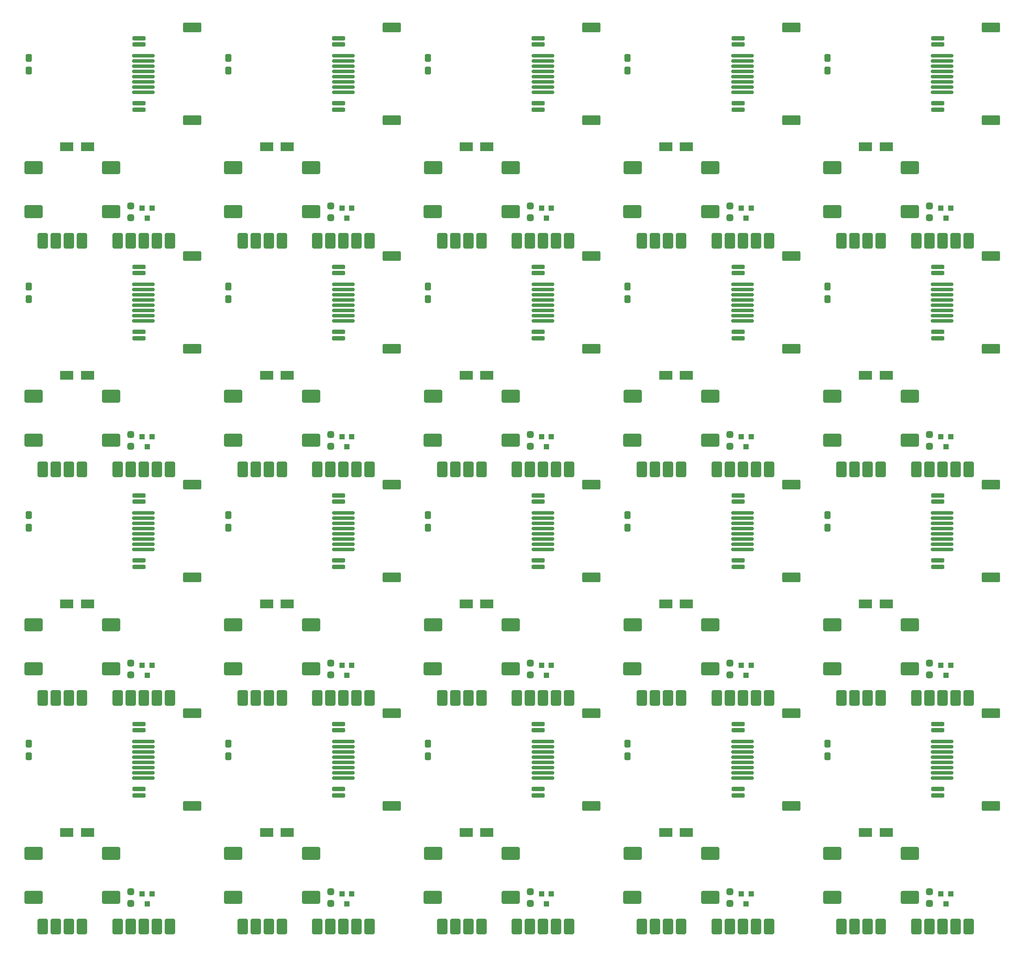
<source format=gbr>
%TF.GenerationSoftware,KiCad,Pcbnew,8.0.7*%
%TF.CreationDate,2025-01-08T09:27:09+09:00*%
%TF.ProjectId,waveShare-7inch-rs485,77617665-5368-4617-9265-2d37696e6368,rev?*%
%TF.SameCoordinates,Original*%
%TF.FileFunction,Paste,Top*%
%TF.FilePolarity,Positive*%
%FSLAX46Y46*%
G04 Gerber Fmt 4.6, Leading zero omitted, Abs format (unit mm)*
G04 Created by KiCad (PCBNEW 8.0.7) date 2025-01-08 09:27:09*
%MOMM*%
%LPD*%
G01*
G04 APERTURE LIST*
G04 Aperture macros list*
%AMRoundRect*
0 Rectangle with rounded corners*
0 $1 Rounding radius*
0 $2 $3 $4 $5 $6 $7 $8 $9 X,Y pos of 4 corners*
0 Add a 4 corners polygon primitive as box body*
4,1,4,$2,$3,$4,$5,$6,$7,$8,$9,$2,$3,0*
0 Add four circle primitives for the rounded corners*
1,1,$1+$1,$2,$3*
1,1,$1+$1,$4,$5*
1,1,$1+$1,$6,$7*
1,1,$1+$1,$8,$9*
0 Add four rect primitives between the rounded corners*
20,1,$1+$1,$2,$3,$4,$5,0*
20,1,$1+$1,$4,$5,$6,$7,0*
20,1,$1+$1,$6,$7,$8,$9,0*
20,1,$1+$1,$8,$9,$2,$3,0*%
G04 Aperture macros list end*
%ADD10R,1.000000X1.100000*%
%ADD11RoundRect,0.325000X-0.325000X0.325000X-0.325000X-0.325000X0.325000X-0.325000X0.325000X0.325000X0*%
%ADD12RoundRect,0.300000X-1.450000X-0.950000X1.450000X-0.950000X1.450000X0.950000X-1.450000X0.950000X0*%
%ADD13RoundRect,0.175000X2.000000X-0.175000X2.000000X0.175000X-2.000000X0.175000X-2.000000X-0.175000X0*%
%ADD14RoundRect,0.200000X1.075000X-0.200000X1.075000X0.200000X-1.075000X0.200000X-1.075000X-0.200000X0*%
%ADD15RoundRect,0.197095X1.552905X-0.752905X1.552905X0.752905X-1.552905X0.752905X-1.552905X-0.752905X0*%
%ADD16RoundRect,0.294118X-0.705882X-1.205882X0.705882X-1.205882X0.705882X1.205882X-0.705882X1.205882X0*%
%ADD17R,2.500000X1.800000*%
%ADD18RoundRect,0.312500X-0.312500X0.437500X-0.312500X-0.437500X0.312500X-0.437500X0.312500X0.437500X0*%
G04 APERTURE END LIST*
D10*
%TO.C,Q1*%
X207400000Y-193125000D03*
X205500000Y-193125000D03*
X206450000Y-195125000D03*
%TD*%
D11*
%TO.C,R1*%
X203300000Y-192700000D03*
X203300000Y-195000000D03*
%TD*%
D12*
%TO.C,MO1*%
X184390000Y-185300000D03*
X184360000Y-193870000D03*
X199490000Y-185280000D03*
X199490000Y-193870000D03*
%TD*%
D13*
%TO.C,J4*%
X205760000Y-163480000D03*
X205760000Y-164500000D03*
X205760000Y-165520000D03*
X205760000Y-166540000D03*
X205760000Y-167560000D03*
X205760000Y-168580000D03*
X205760000Y-169600000D03*
X205760000Y-170620000D03*
D14*
X204860000Y-160100000D03*
X204860000Y-161310000D03*
X204860000Y-172790000D03*
X204860000Y-174000000D03*
D15*
X215200000Y-176050000D03*
X215200000Y-158050000D03*
%TD*%
D16*
%TO.C,P1*%
X186190000Y-199475000D03*
X188730000Y-199475000D03*
X191270000Y-199475000D03*
X193810000Y-199475000D03*
%TD*%
D17*
%TO.C,D1*%
X194850000Y-181225000D03*
X190850000Y-181225000D03*
%TD*%
D18*
%TO.C,C1*%
X183425000Y-163975000D03*
X183425000Y-166375000D03*
%TD*%
D16*
%TO.C,P2*%
X200720000Y-199500000D03*
X203260000Y-199500000D03*
X205800000Y-199500000D03*
X208340000Y-199500000D03*
X210880000Y-199500000D03*
%TD*%
D10*
%TO.C,Q1*%
X168600000Y-193125000D03*
X166700000Y-193125000D03*
X167650000Y-195125000D03*
%TD*%
D11*
%TO.C,R1*%
X164500000Y-192700000D03*
X164500000Y-195000000D03*
%TD*%
D12*
%TO.C,MO1*%
X145590000Y-185300000D03*
X145560000Y-193870000D03*
X160690000Y-185280000D03*
X160690000Y-193870000D03*
%TD*%
D13*
%TO.C,J4*%
X166960000Y-163480000D03*
X166960000Y-164500000D03*
X166960000Y-165520000D03*
X166960000Y-166540000D03*
X166960000Y-167560000D03*
X166960000Y-168580000D03*
X166960000Y-169600000D03*
X166960000Y-170620000D03*
D14*
X166060000Y-160100000D03*
X166060000Y-161310000D03*
X166060000Y-172790000D03*
X166060000Y-174000000D03*
D15*
X176400000Y-176050000D03*
X176400000Y-158050000D03*
%TD*%
D16*
%TO.C,P1*%
X147390000Y-199475000D03*
X149930000Y-199475000D03*
X152470000Y-199475000D03*
X155010000Y-199475000D03*
%TD*%
D17*
%TO.C,D1*%
X156050000Y-181225000D03*
X152050000Y-181225000D03*
%TD*%
D18*
%TO.C,C1*%
X144625000Y-163975000D03*
X144625000Y-166375000D03*
%TD*%
D16*
%TO.C,P2*%
X161920000Y-199500000D03*
X164460000Y-199500000D03*
X167000000Y-199500000D03*
X169540000Y-199500000D03*
X172080000Y-199500000D03*
%TD*%
D10*
%TO.C,Q1*%
X129800000Y-193125000D03*
X127900000Y-193125000D03*
X128850000Y-195125000D03*
%TD*%
D11*
%TO.C,R1*%
X125700000Y-192700000D03*
X125700000Y-195000000D03*
%TD*%
D12*
%TO.C,MO1*%
X106790000Y-185300000D03*
X106760000Y-193870000D03*
X121890000Y-185280000D03*
X121890000Y-193870000D03*
%TD*%
D13*
%TO.C,J4*%
X128160000Y-163480000D03*
X128160000Y-164500000D03*
X128160000Y-165520000D03*
X128160000Y-166540000D03*
X128160000Y-167560000D03*
X128160000Y-168580000D03*
X128160000Y-169600000D03*
X128160000Y-170620000D03*
D14*
X127260000Y-160100000D03*
X127260000Y-161310000D03*
X127260000Y-172790000D03*
X127260000Y-174000000D03*
D15*
X137600000Y-176050000D03*
X137600000Y-158050000D03*
%TD*%
D16*
%TO.C,P1*%
X108590000Y-199475000D03*
X111130000Y-199475000D03*
X113670000Y-199475000D03*
X116210000Y-199475000D03*
%TD*%
D17*
%TO.C,D1*%
X117250000Y-181225000D03*
X113250000Y-181225000D03*
%TD*%
D18*
%TO.C,C1*%
X105825000Y-163975000D03*
X105825000Y-166375000D03*
%TD*%
D16*
%TO.C,P2*%
X123120000Y-199500000D03*
X125660000Y-199500000D03*
X128200000Y-199500000D03*
X130740000Y-199500000D03*
X133280000Y-199500000D03*
%TD*%
D10*
%TO.C,Q1*%
X91000000Y-193125000D03*
X89100000Y-193125000D03*
X90050000Y-195125000D03*
%TD*%
D11*
%TO.C,R1*%
X86900000Y-192700000D03*
X86900000Y-195000000D03*
%TD*%
D12*
%TO.C,MO1*%
X67990000Y-185300000D03*
X67960000Y-193870000D03*
X83090000Y-185280000D03*
X83090000Y-193870000D03*
%TD*%
D13*
%TO.C,J4*%
X89360000Y-163480000D03*
X89360000Y-164500000D03*
X89360000Y-165520000D03*
X89360000Y-166540000D03*
X89360000Y-167560000D03*
X89360000Y-168580000D03*
X89360000Y-169600000D03*
X89360000Y-170620000D03*
D14*
X88460000Y-160100000D03*
X88460000Y-161310000D03*
X88460000Y-172790000D03*
X88460000Y-174000000D03*
D15*
X98800000Y-176050000D03*
X98800000Y-158050000D03*
%TD*%
D16*
%TO.C,P1*%
X69790000Y-199475000D03*
X72330000Y-199475000D03*
X74870000Y-199475000D03*
X77410000Y-199475000D03*
%TD*%
D17*
%TO.C,D1*%
X78450000Y-181225000D03*
X74450000Y-181225000D03*
%TD*%
D18*
%TO.C,C1*%
X67025000Y-163975000D03*
X67025000Y-166375000D03*
%TD*%
D16*
%TO.C,P2*%
X84320000Y-199500000D03*
X86860000Y-199500000D03*
X89400000Y-199500000D03*
X91940000Y-199500000D03*
X94480000Y-199500000D03*
%TD*%
D10*
%TO.C,Q1*%
X52200000Y-193125000D03*
X50300000Y-193125000D03*
X51250000Y-195125000D03*
%TD*%
D11*
%TO.C,R1*%
X48100000Y-192700000D03*
X48100000Y-195000000D03*
%TD*%
D12*
%TO.C,MO1*%
X29190000Y-185300000D03*
X29160000Y-193870000D03*
X44290000Y-185280000D03*
X44290000Y-193870000D03*
%TD*%
D13*
%TO.C,J4*%
X50560000Y-163480000D03*
X50560000Y-164500000D03*
X50560000Y-165520000D03*
X50560000Y-166540000D03*
X50560000Y-167560000D03*
X50560000Y-168580000D03*
X50560000Y-169600000D03*
X50560000Y-170620000D03*
D14*
X49660000Y-160100000D03*
X49660000Y-161310000D03*
X49660000Y-172790000D03*
X49660000Y-174000000D03*
D15*
X60000000Y-176050000D03*
X60000000Y-158050000D03*
%TD*%
D16*
%TO.C,P1*%
X30990000Y-199475000D03*
X33530000Y-199475000D03*
X36070000Y-199475000D03*
X38610000Y-199475000D03*
%TD*%
D17*
%TO.C,D1*%
X39650000Y-181225000D03*
X35650000Y-181225000D03*
%TD*%
D18*
%TO.C,C1*%
X28225000Y-163975000D03*
X28225000Y-166375000D03*
%TD*%
D16*
%TO.C,P2*%
X45520000Y-199500000D03*
X48060000Y-199500000D03*
X50600000Y-199500000D03*
X53140000Y-199500000D03*
X55680000Y-199500000D03*
%TD*%
D10*
%TO.C,Q1*%
X207400000Y-148675000D03*
X205500000Y-148675000D03*
X206450000Y-150675000D03*
%TD*%
D11*
%TO.C,R1*%
X203300000Y-148250000D03*
X203300000Y-150550000D03*
%TD*%
D12*
%TO.C,MO1*%
X184390000Y-140850000D03*
X184360000Y-149420000D03*
X199490000Y-140830000D03*
X199490000Y-149420000D03*
%TD*%
D13*
%TO.C,J4*%
X205760000Y-119030000D03*
X205760000Y-120050000D03*
X205760000Y-121070000D03*
X205760000Y-122090000D03*
X205760000Y-123110000D03*
X205760000Y-124130000D03*
X205760000Y-125150000D03*
X205760000Y-126170000D03*
D14*
X204860000Y-115650000D03*
X204860000Y-116860000D03*
X204860000Y-128340000D03*
X204860000Y-129550000D03*
D15*
X215200000Y-131600000D03*
X215200000Y-113600000D03*
%TD*%
D16*
%TO.C,P1*%
X186190000Y-155025000D03*
X188730000Y-155025000D03*
X191270000Y-155025000D03*
X193810000Y-155025000D03*
%TD*%
D17*
%TO.C,D1*%
X194850000Y-136775000D03*
X190850000Y-136775000D03*
%TD*%
D18*
%TO.C,C1*%
X183425000Y-119525000D03*
X183425000Y-121925000D03*
%TD*%
D16*
%TO.C,P2*%
X200720000Y-155050000D03*
X203260000Y-155050000D03*
X205800000Y-155050000D03*
X208340000Y-155050000D03*
X210880000Y-155050000D03*
%TD*%
D10*
%TO.C,Q1*%
X168600000Y-148675000D03*
X166700000Y-148675000D03*
X167650000Y-150675000D03*
%TD*%
D11*
%TO.C,R1*%
X164500000Y-148250000D03*
X164500000Y-150550000D03*
%TD*%
D12*
%TO.C,MO1*%
X145590000Y-140850000D03*
X145560000Y-149420000D03*
X160690000Y-140830000D03*
X160690000Y-149420000D03*
%TD*%
D13*
%TO.C,J4*%
X166960000Y-119030000D03*
X166960000Y-120050000D03*
X166960000Y-121070000D03*
X166960000Y-122090000D03*
X166960000Y-123110000D03*
X166960000Y-124130000D03*
X166960000Y-125150000D03*
X166960000Y-126170000D03*
D14*
X166060000Y-115650000D03*
X166060000Y-116860000D03*
X166060000Y-128340000D03*
X166060000Y-129550000D03*
D15*
X176400000Y-131600000D03*
X176400000Y-113600000D03*
%TD*%
D16*
%TO.C,P1*%
X147390000Y-155025000D03*
X149930000Y-155025000D03*
X152470000Y-155025000D03*
X155010000Y-155025000D03*
%TD*%
D17*
%TO.C,D1*%
X156050000Y-136775000D03*
X152050000Y-136775000D03*
%TD*%
D18*
%TO.C,C1*%
X144625000Y-119525000D03*
X144625000Y-121925000D03*
%TD*%
D16*
%TO.C,P2*%
X161920000Y-155050000D03*
X164460000Y-155050000D03*
X167000000Y-155050000D03*
X169540000Y-155050000D03*
X172080000Y-155050000D03*
%TD*%
D10*
%TO.C,Q1*%
X129800000Y-148675000D03*
X127900000Y-148675000D03*
X128850000Y-150675000D03*
%TD*%
D11*
%TO.C,R1*%
X125700000Y-148250000D03*
X125700000Y-150550000D03*
%TD*%
D12*
%TO.C,MO1*%
X106790000Y-140850000D03*
X106760000Y-149420000D03*
X121890000Y-140830000D03*
X121890000Y-149420000D03*
%TD*%
D13*
%TO.C,J4*%
X128160000Y-119030000D03*
X128160000Y-120050000D03*
X128160000Y-121070000D03*
X128160000Y-122090000D03*
X128160000Y-123110000D03*
X128160000Y-124130000D03*
X128160000Y-125150000D03*
X128160000Y-126170000D03*
D14*
X127260000Y-115650000D03*
X127260000Y-116860000D03*
X127260000Y-128340000D03*
X127260000Y-129550000D03*
D15*
X137600000Y-131600000D03*
X137600000Y-113600000D03*
%TD*%
D16*
%TO.C,P1*%
X108590000Y-155025000D03*
X111130000Y-155025000D03*
X113670000Y-155025000D03*
X116210000Y-155025000D03*
%TD*%
D17*
%TO.C,D1*%
X117250000Y-136775000D03*
X113250000Y-136775000D03*
%TD*%
D18*
%TO.C,C1*%
X105825000Y-119525000D03*
X105825000Y-121925000D03*
%TD*%
D16*
%TO.C,P2*%
X123120000Y-155050000D03*
X125660000Y-155050000D03*
X128200000Y-155050000D03*
X130740000Y-155050000D03*
X133280000Y-155050000D03*
%TD*%
D10*
%TO.C,Q1*%
X91000000Y-148675000D03*
X89100000Y-148675000D03*
X90050000Y-150675000D03*
%TD*%
D11*
%TO.C,R1*%
X86900000Y-148250000D03*
X86900000Y-150550000D03*
%TD*%
D12*
%TO.C,MO1*%
X67990000Y-140850000D03*
X67960000Y-149420000D03*
X83090000Y-140830000D03*
X83090000Y-149420000D03*
%TD*%
D13*
%TO.C,J4*%
X89360000Y-119030000D03*
X89360000Y-120050000D03*
X89360000Y-121070000D03*
X89360000Y-122090000D03*
X89360000Y-123110000D03*
X89360000Y-124130000D03*
X89360000Y-125150000D03*
X89360000Y-126170000D03*
D14*
X88460000Y-115650000D03*
X88460000Y-116860000D03*
X88460000Y-128340000D03*
X88460000Y-129550000D03*
D15*
X98800000Y-131600000D03*
X98800000Y-113600000D03*
%TD*%
D16*
%TO.C,P1*%
X69790000Y-155025000D03*
X72330000Y-155025000D03*
X74870000Y-155025000D03*
X77410000Y-155025000D03*
%TD*%
D17*
%TO.C,D1*%
X78450000Y-136775000D03*
X74450000Y-136775000D03*
%TD*%
D18*
%TO.C,C1*%
X67025000Y-119525000D03*
X67025000Y-121925000D03*
%TD*%
D16*
%TO.C,P2*%
X84320000Y-155050000D03*
X86860000Y-155050000D03*
X89400000Y-155050000D03*
X91940000Y-155050000D03*
X94480000Y-155050000D03*
%TD*%
D10*
%TO.C,Q1*%
X52200000Y-148675000D03*
X50300000Y-148675000D03*
X51250000Y-150675000D03*
%TD*%
D11*
%TO.C,R1*%
X48100000Y-148250000D03*
X48100000Y-150550000D03*
%TD*%
D12*
%TO.C,MO1*%
X29190000Y-140850000D03*
X29160000Y-149420000D03*
X44290000Y-140830000D03*
X44290000Y-149420000D03*
%TD*%
D13*
%TO.C,J4*%
X50560000Y-119030000D03*
X50560000Y-120050000D03*
X50560000Y-121070000D03*
X50560000Y-122090000D03*
X50560000Y-123110000D03*
X50560000Y-124130000D03*
X50560000Y-125150000D03*
X50560000Y-126170000D03*
D14*
X49660000Y-115650000D03*
X49660000Y-116860000D03*
X49660000Y-128340000D03*
X49660000Y-129550000D03*
D15*
X60000000Y-131600000D03*
X60000000Y-113600000D03*
%TD*%
D16*
%TO.C,P1*%
X30990000Y-155025000D03*
X33530000Y-155025000D03*
X36070000Y-155025000D03*
X38610000Y-155025000D03*
%TD*%
D17*
%TO.C,D1*%
X39650000Y-136775000D03*
X35650000Y-136775000D03*
%TD*%
D18*
%TO.C,C1*%
X28225000Y-119525000D03*
X28225000Y-121925000D03*
%TD*%
D16*
%TO.C,P2*%
X45520000Y-155050000D03*
X48060000Y-155050000D03*
X50600000Y-155050000D03*
X53140000Y-155050000D03*
X55680000Y-155050000D03*
%TD*%
D10*
%TO.C,Q1*%
X207400000Y-104225000D03*
X205500000Y-104225000D03*
X206450000Y-106225000D03*
%TD*%
D11*
%TO.C,R1*%
X203300000Y-103800000D03*
X203300000Y-106100000D03*
%TD*%
D12*
%TO.C,MO1*%
X184390000Y-96400000D03*
X184360000Y-104970000D03*
X199490000Y-96380000D03*
X199490000Y-104970000D03*
%TD*%
D13*
%TO.C,J4*%
X205760000Y-74580000D03*
X205760000Y-75600000D03*
X205760000Y-76620000D03*
X205760000Y-77640000D03*
X205760000Y-78660000D03*
X205760000Y-79680000D03*
X205760000Y-80700000D03*
X205760000Y-81720000D03*
D14*
X204860000Y-71200000D03*
X204860000Y-72410000D03*
X204860000Y-83890000D03*
X204860000Y-85100000D03*
D15*
X215200000Y-87150000D03*
X215200000Y-69150000D03*
%TD*%
D16*
%TO.C,P1*%
X186190000Y-110575000D03*
X188730000Y-110575000D03*
X191270000Y-110575000D03*
X193810000Y-110575000D03*
%TD*%
D17*
%TO.C,D1*%
X194850000Y-92325000D03*
X190850000Y-92325000D03*
%TD*%
D18*
%TO.C,C1*%
X183425000Y-75075000D03*
X183425000Y-77475000D03*
%TD*%
D16*
%TO.C,P2*%
X200720000Y-110600000D03*
X203260000Y-110600000D03*
X205800000Y-110600000D03*
X208340000Y-110600000D03*
X210880000Y-110600000D03*
%TD*%
D10*
%TO.C,Q1*%
X168600000Y-104225000D03*
X166700000Y-104225000D03*
X167650000Y-106225000D03*
%TD*%
D11*
%TO.C,R1*%
X164500000Y-103800000D03*
X164500000Y-106100000D03*
%TD*%
D12*
%TO.C,MO1*%
X145590000Y-96400000D03*
X145560000Y-104970000D03*
X160690000Y-96380000D03*
X160690000Y-104970000D03*
%TD*%
D13*
%TO.C,J4*%
X166960000Y-74580000D03*
X166960000Y-75600000D03*
X166960000Y-76620000D03*
X166960000Y-77640000D03*
X166960000Y-78660000D03*
X166960000Y-79680000D03*
X166960000Y-80700000D03*
X166960000Y-81720000D03*
D14*
X166060000Y-71200000D03*
X166060000Y-72410000D03*
X166060000Y-83890000D03*
X166060000Y-85100000D03*
D15*
X176400000Y-87150000D03*
X176400000Y-69150000D03*
%TD*%
D16*
%TO.C,P1*%
X147390000Y-110575000D03*
X149930000Y-110575000D03*
X152470000Y-110575000D03*
X155010000Y-110575000D03*
%TD*%
D17*
%TO.C,D1*%
X156050000Y-92325000D03*
X152050000Y-92325000D03*
%TD*%
D18*
%TO.C,C1*%
X144625000Y-75075000D03*
X144625000Y-77475000D03*
%TD*%
D16*
%TO.C,P2*%
X161920000Y-110600000D03*
X164460000Y-110600000D03*
X167000000Y-110600000D03*
X169540000Y-110600000D03*
X172080000Y-110600000D03*
%TD*%
D10*
%TO.C,Q1*%
X129800000Y-104225000D03*
X127900000Y-104225000D03*
X128850000Y-106225000D03*
%TD*%
D11*
%TO.C,R1*%
X125700000Y-103800000D03*
X125700000Y-106100000D03*
%TD*%
D12*
%TO.C,MO1*%
X106790000Y-96400000D03*
X106760000Y-104970000D03*
X121890000Y-96380000D03*
X121890000Y-104970000D03*
%TD*%
D13*
%TO.C,J4*%
X128160000Y-74580000D03*
X128160000Y-75600000D03*
X128160000Y-76620000D03*
X128160000Y-77640000D03*
X128160000Y-78660000D03*
X128160000Y-79680000D03*
X128160000Y-80700000D03*
X128160000Y-81720000D03*
D14*
X127260000Y-71200000D03*
X127260000Y-72410000D03*
X127260000Y-83890000D03*
X127260000Y-85100000D03*
D15*
X137600000Y-87150000D03*
X137600000Y-69150000D03*
%TD*%
D16*
%TO.C,P1*%
X108590000Y-110575000D03*
X111130000Y-110575000D03*
X113670000Y-110575000D03*
X116210000Y-110575000D03*
%TD*%
D17*
%TO.C,D1*%
X117250000Y-92325000D03*
X113250000Y-92325000D03*
%TD*%
D18*
%TO.C,C1*%
X105825000Y-75075000D03*
X105825000Y-77475000D03*
%TD*%
D16*
%TO.C,P2*%
X123120000Y-110600000D03*
X125660000Y-110600000D03*
X128200000Y-110600000D03*
X130740000Y-110600000D03*
X133280000Y-110600000D03*
%TD*%
D10*
%TO.C,Q1*%
X91000000Y-104225000D03*
X89100000Y-104225000D03*
X90050000Y-106225000D03*
%TD*%
D11*
%TO.C,R1*%
X86900000Y-103800000D03*
X86900000Y-106100000D03*
%TD*%
D12*
%TO.C,MO1*%
X67990000Y-96400000D03*
X67960000Y-104970000D03*
X83090000Y-96380000D03*
X83090000Y-104970000D03*
%TD*%
D13*
%TO.C,J4*%
X89360000Y-74580000D03*
X89360000Y-75600000D03*
X89360000Y-76620000D03*
X89360000Y-77640000D03*
X89360000Y-78660000D03*
X89360000Y-79680000D03*
X89360000Y-80700000D03*
X89360000Y-81720000D03*
D14*
X88460000Y-71200000D03*
X88460000Y-72410000D03*
X88460000Y-83890000D03*
X88460000Y-85100000D03*
D15*
X98800000Y-87150000D03*
X98800000Y-69150000D03*
%TD*%
D16*
%TO.C,P1*%
X69790000Y-110575000D03*
X72330000Y-110575000D03*
X74870000Y-110575000D03*
X77410000Y-110575000D03*
%TD*%
D17*
%TO.C,D1*%
X78450000Y-92325000D03*
X74450000Y-92325000D03*
%TD*%
D18*
%TO.C,C1*%
X67025000Y-75075000D03*
X67025000Y-77475000D03*
%TD*%
D16*
%TO.C,P2*%
X84320000Y-110600000D03*
X86860000Y-110600000D03*
X89400000Y-110600000D03*
X91940000Y-110600000D03*
X94480000Y-110600000D03*
%TD*%
D10*
%TO.C,Q1*%
X52200000Y-104225000D03*
X50300000Y-104225000D03*
X51250000Y-106225000D03*
%TD*%
D11*
%TO.C,R1*%
X48100000Y-103800000D03*
X48100000Y-106100000D03*
%TD*%
D12*
%TO.C,MO1*%
X29190000Y-96400000D03*
X29160000Y-104970000D03*
X44290000Y-96380000D03*
X44290000Y-104970000D03*
%TD*%
D13*
%TO.C,J4*%
X50560000Y-74580000D03*
X50560000Y-75600000D03*
X50560000Y-76620000D03*
X50560000Y-77640000D03*
X50560000Y-78660000D03*
X50560000Y-79680000D03*
X50560000Y-80700000D03*
X50560000Y-81720000D03*
D14*
X49660000Y-71200000D03*
X49660000Y-72410000D03*
X49660000Y-83890000D03*
X49660000Y-85100000D03*
D15*
X60000000Y-87150000D03*
X60000000Y-69150000D03*
%TD*%
D16*
%TO.C,P1*%
X30990000Y-110575000D03*
X33530000Y-110575000D03*
X36070000Y-110575000D03*
X38610000Y-110575000D03*
%TD*%
D17*
%TO.C,D1*%
X39650000Y-92325000D03*
X35650000Y-92325000D03*
%TD*%
D18*
%TO.C,C1*%
X28225000Y-75075000D03*
X28225000Y-77475000D03*
%TD*%
D16*
%TO.C,P2*%
X45520000Y-110600000D03*
X48060000Y-110600000D03*
X50600000Y-110600000D03*
X53140000Y-110600000D03*
X55680000Y-110600000D03*
%TD*%
D10*
%TO.C,Q1*%
X207400000Y-59775000D03*
X205500000Y-59775000D03*
X206450000Y-61775000D03*
%TD*%
D11*
%TO.C,R1*%
X203300000Y-59350000D03*
X203300000Y-61650000D03*
%TD*%
D12*
%TO.C,MO1*%
X184390000Y-51950000D03*
X184360000Y-60520000D03*
X199490000Y-51930000D03*
X199490000Y-60520000D03*
%TD*%
D13*
%TO.C,J4*%
X205760000Y-30130000D03*
X205760000Y-31150000D03*
X205760000Y-32170000D03*
X205760000Y-33190000D03*
X205760000Y-34210000D03*
X205760000Y-35230000D03*
X205760000Y-36250000D03*
X205760000Y-37270000D03*
D14*
X204860000Y-26750000D03*
X204860000Y-27960000D03*
X204860000Y-39440000D03*
X204860000Y-40650000D03*
D15*
X215200000Y-42700000D03*
X215200000Y-24700000D03*
%TD*%
D16*
%TO.C,P1*%
X186190000Y-66125000D03*
X188730000Y-66125000D03*
X191270000Y-66125000D03*
X193810000Y-66125000D03*
%TD*%
D17*
%TO.C,D1*%
X194850000Y-47875000D03*
X190850000Y-47875000D03*
%TD*%
D18*
%TO.C,C1*%
X183425000Y-30625000D03*
X183425000Y-33025000D03*
%TD*%
D16*
%TO.C,P2*%
X200720000Y-66150000D03*
X203260000Y-66150000D03*
X205800000Y-66150000D03*
X208340000Y-66150000D03*
X210880000Y-66150000D03*
%TD*%
D10*
%TO.C,Q1*%
X168600000Y-59775000D03*
X166700000Y-59775000D03*
X167650000Y-61775000D03*
%TD*%
D11*
%TO.C,R1*%
X164500000Y-59350000D03*
X164500000Y-61650000D03*
%TD*%
D12*
%TO.C,MO1*%
X145590000Y-51950000D03*
X145560000Y-60520000D03*
X160690000Y-51930000D03*
X160690000Y-60520000D03*
%TD*%
D13*
%TO.C,J4*%
X166960000Y-30130000D03*
X166960000Y-31150000D03*
X166960000Y-32170000D03*
X166960000Y-33190000D03*
X166960000Y-34210000D03*
X166960000Y-35230000D03*
X166960000Y-36250000D03*
X166960000Y-37270000D03*
D14*
X166060000Y-26750000D03*
X166060000Y-27960000D03*
X166060000Y-39440000D03*
X166060000Y-40650000D03*
D15*
X176400000Y-42700000D03*
X176400000Y-24700000D03*
%TD*%
D16*
%TO.C,P1*%
X147390000Y-66125000D03*
X149930000Y-66125000D03*
X152470000Y-66125000D03*
X155010000Y-66125000D03*
%TD*%
D17*
%TO.C,D1*%
X156050000Y-47875000D03*
X152050000Y-47875000D03*
%TD*%
D18*
%TO.C,C1*%
X144625000Y-30625000D03*
X144625000Y-33025000D03*
%TD*%
D16*
%TO.C,P2*%
X161920000Y-66150000D03*
X164460000Y-66150000D03*
X167000000Y-66150000D03*
X169540000Y-66150000D03*
X172080000Y-66150000D03*
%TD*%
D10*
%TO.C,Q1*%
X129800000Y-59775000D03*
X127900000Y-59775000D03*
X128850000Y-61775000D03*
%TD*%
D11*
%TO.C,R1*%
X125700000Y-59350000D03*
X125700000Y-61650000D03*
%TD*%
D12*
%TO.C,MO1*%
X106790000Y-51950000D03*
X106760000Y-60520000D03*
X121890000Y-51930000D03*
X121890000Y-60520000D03*
%TD*%
D13*
%TO.C,J4*%
X128160000Y-30130000D03*
X128160000Y-31150000D03*
X128160000Y-32170000D03*
X128160000Y-33190000D03*
X128160000Y-34210000D03*
X128160000Y-35230000D03*
X128160000Y-36250000D03*
X128160000Y-37270000D03*
D14*
X127260000Y-26750000D03*
X127260000Y-27960000D03*
X127260000Y-39440000D03*
X127260000Y-40650000D03*
D15*
X137600000Y-42700000D03*
X137600000Y-24700000D03*
%TD*%
D16*
%TO.C,P1*%
X108590000Y-66125000D03*
X111130000Y-66125000D03*
X113670000Y-66125000D03*
X116210000Y-66125000D03*
%TD*%
D17*
%TO.C,D1*%
X117250000Y-47875000D03*
X113250000Y-47875000D03*
%TD*%
D18*
%TO.C,C1*%
X105825000Y-30625000D03*
X105825000Y-33025000D03*
%TD*%
D16*
%TO.C,P2*%
X123120000Y-66150000D03*
X125660000Y-66150000D03*
X128200000Y-66150000D03*
X130740000Y-66150000D03*
X133280000Y-66150000D03*
%TD*%
D10*
%TO.C,Q1*%
X91000000Y-59775000D03*
X89100000Y-59775000D03*
X90050000Y-61775000D03*
%TD*%
D11*
%TO.C,R1*%
X86900000Y-59350000D03*
X86900000Y-61650000D03*
%TD*%
D12*
%TO.C,MO1*%
X67990000Y-51950000D03*
X67960000Y-60520000D03*
X83090000Y-51930000D03*
X83090000Y-60520000D03*
%TD*%
D13*
%TO.C,J4*%
X89360000Y-30130000D03*
X89360000Y-31150000D03*
X89360000Y-32170000D03*
X89360000Y-33190000D03*
X89360000Y-34210000D03*
X89360000Y-35230000D03*
X89360000Y-36250000D03*
X89360000Y-37270000D03*
D14*
X88460000Y-26750000D03*
X88460000Y-27960000D03*
X88460000Y-39440000D03*
X88460000Y-40650000D03*
D15*
X98800000Y-42700000D03*
X98800000Y-24700000D03*
%TD*%
D16*
%TO.C,P1*%
X69790000Y-66125000D03*
X72330000Y-66125000D03*
X74870000Y-66125000D03*
X77410000Y-66125000D03*
%TD*%
D17*
%TO.C,D1*%
X78450000Y-47875000D03*
X74450000Y-47875000D03*
%TD*%
D18*
%TO.C,C1*%
X67025000Y-30625000D03*
X67025000Y-33025000D03*
%TD*%
D16*
%TO.C,P2*%
X84320000Y-66150000D03*
X86860000Y-66150000D03*
X89400000Y-66150000D03*
X91940000Y-66150000D03*
X94480000Y-66150000D03*
%TD*%
D17*
%TO.C,D1*%
X39650000Y-47875000D03*
X35650000Y-47875000D03*
%TD*%
D16*
%TO.C,P2*%
X45520000Y-66150000D03*
X48060000Y-66150000D03*
X50600000Y-66150000D03*
X53140000Y-66150000D03*
X55680000Y-66150000D03*
%TD*%
D18*
%TO.C,C1*%
X28225000Y-30625000D03*
X28225000Y-33025000D03*
%TD*%
D10*
%TO.C,Q1*%
X52200000Y-59775000D03*
X50300000Y-59775000D03*
X51250000Y-61775000D03*
%TD*%
D13*
%TO.C,J4*%
X50560000Y-30130000D03*
X50560000Y-31150000D03*
X50560000Y-32170000D03*
X50560000Y-33190000D03*
X50560000Y-34210000D03*
X50560000Y-35230000D03*
X50560000Y-36250000D03*
X50560000Y-37270000D03*
D14*
X49660000Y-26750000D03*
X49660000Y-27960000D03*
X49660000Y-39440000D03*
X49660000Y-40650000D03*
D15*
X60000000Y-42700000D03*
X60000000Y-24700000D03*
%TD*%
D11*
%TO.C,R1*%
X48100000Y-59350000D03*
X48100000Y-61650000D03*
%TD*%
D12*
%TO.C,MO1*%
X29190000Y-51950000D03*
X29160000Y-60520000D03*
X44290000Y-51930000D03*
X44290000Y-60520000D03*
%TD*%
D16*
%TO.C,P1*%
X30990000Y-66125000D03*
X33530000Y-66125000D03*
X36070000Y-66125000D03*
X38610000Y-66125000D03*
%TD*%
M02*

</source>
